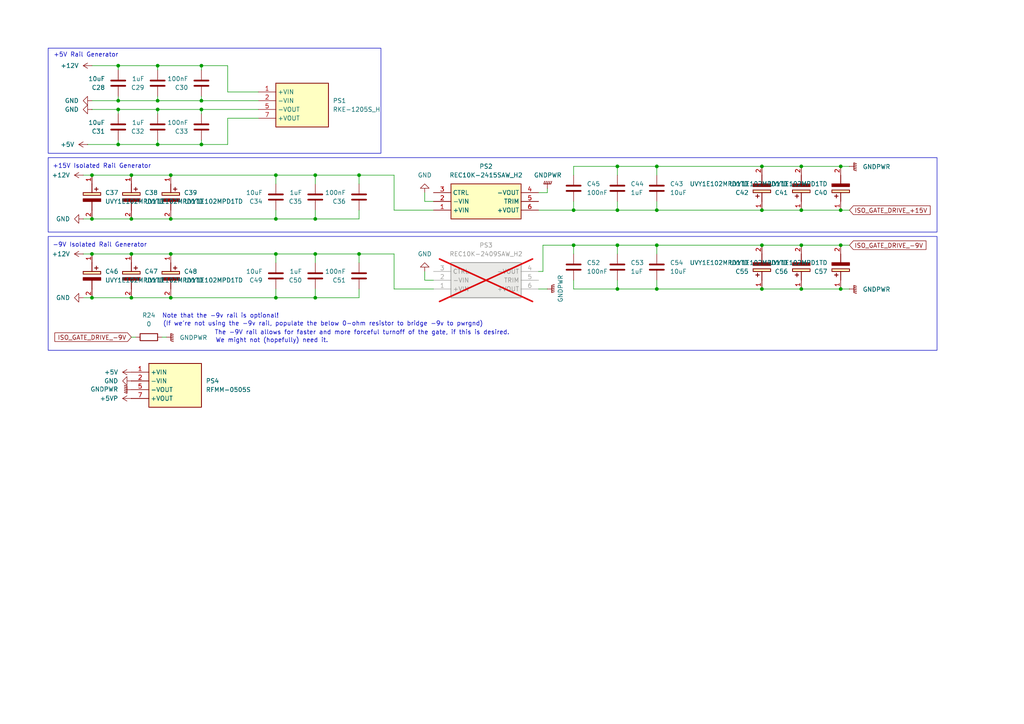
<source format=kicad_sch>
(kicad_sch (version 20250114) (generator "eeschema") (generator_version "9.0")
  (paper "A4")
  (lib_symbols
    (symbol "Device:C" (pin_numbers (hide yes)) (pin_names (offset 0.254))
      (property "Reference" "C" (at 0.635 2.54 0))
      (property "Value" "C" (at 0.635 -2.54 0))
      (symbol "C_0_1"
        (polyline (pts (xy -2.032 0.762) (xy 2.032 0.762)) (stroke (width 0.508)))
        (polyline (pts (xy -2.032 -0.762) (xy 2.032 -0.762)) (stroke (width 0.508)))
      )
      (symbol "C_1_1"
        (pin passive line (at 0 3.81 270) (length 2.794) (name "~") (number "1"))
        (pin passive line (at 0 -3.81 90) (length 2.794) (name "~") (number "2"))
      )
    )
    (symbol "Device:R" (pin_numbers (hide yes)) (pin_names (offset 0))
      (property "Reference" "R" (at 2.032 0 90))
      (property "Value" "R" (at 0 0 90))
      (symbol "R_0_1"
        (rectangle (start -1.016 -2.54) (end 1.016 2.54) (stroke (width 0.254)))
      )
      (symbol "R_1_1"
        (pin passive line (at 0 3.81 270) (length 1.27) (name "~") (number "1"))
        (pin passive line (at 0 -3.81 90) (length 1.27) (name "~") (number "2"))
      )
    )
    (symbol "InverterCom:REC10K-2409SAW_H2"
      (property "Reference" "PS" (at 26.67 7.62 0))
      (property "Value" "REC10K-2409SAW_H2" (at 26.67 5.08 0))
      (symbol "REC10K-2409SAW_H2_1_1"
        (rectangle (start 5.08 2.54) (end 25.4 -7.62) (stroke (width 0.254)) (fill (type background)))
        (pin passive line (at 0 0 0) (length 5.08) (name "CTRL") (number "3"))
        (pin passive line (at 0 -2.54 0) (length 5.08) (name "-VIN") (number "2"))
        (pin passive line (at 0 -5.08 0) (length 5.08) (name "+VIN") (number "1"))
        (pin passive line (at 30.48 0 180) (length 5.08) (name "-VOUT") (number "4"))
        (pin passive line (at 30.48 -2.54 180) (length 5.08) (name "TRIM") (number "5"))
        (pin passive line (at 30.48 -5.08 180) (length 5.08) (name "+VOUT") (number "6"))
      )
    )
    (symbol "InverterCom:REC10K-2415SAW_H2"
      (property "Reference" "PS" (at 26.67 7.62 0))
      (property "Value" "REC10K-2415SAW_H2" (at 26.67 5.08 0))
      (symbol "REC10K-2415SAW_H2_1_1"
        (rectangle (start 5.08 2.54) (end 25.4 -7.62) (stroke (width 0.254)) (fill (type background)))
        (pin passive line (at 0 0 0) (length 5.08) (name "CTRL") (number "3"))
        (pin passive line (at 0 -2.54 0) (length 5.08) (name "-VIN") (number "2"))
        (pin passive line (at 0 -5.08 0) (length 5.08) (name "+VIN") (number "1"))
        (pin passive line (at 30.48 0 180) (length 5.08) (name "-VOUT") (number "4"))
        (pin passive line (at 30.48 -2.54 180) (length 5.08) (name "TRIM") (number "5"))
        (pin passive line (at 30.48 -5.08 180) (length 5.08) (name "+VOUT") (number "6"))
      )
    )
    (symbol "InverterCom:RFMM-0505S"
      (property "Reference" "PS" (at 21.59 7.62 0))
      (property "Value" "RFMM-0505S" (at 21.59 5.08 0))
      (symbol "RFMM-0505S_1_1"
        (rectangle (start 5.08 2.54) (end 20.32 -10.16) (stroke (width 0.254)) (fill (type background)))
        (pin passive line (at 0 0 0) (length 5.08) (name "+VIN") (number "1"))
        (pin passive line (at 0 -2.54 0) (length 5.08) (name "-VIN") (number "2"))
        (pin passive line (at 0 -5.08 0) (length 5.08) (name "-VOUT") (number "5"))
        (pin passive line (at 0 -7.62 0) (length 5.08) (name "+VOUT") (number "7"))
      )
    )
    (symbol "InverterCom:RKE-1205S_H"
      (property "Reference" "PS" (at 21.59 7.62 0))
      (property "Value" "RKE-1205S_H" (at 21.59 5.08 0))
      (symbol "RKE-1205S_H_1_1"
        (rectangle (start 5.08 2.54) (end 20.32 -10.16) (stroke (width 0.254)) (fill (type background)))
        (pin passive line (at 0 0 0) (length 5.08) (name "+VIN") (number "1"))
        (pin passive line (at 0 -2.54 0) (length 5.08) (name "-VIN") (number "2"))
        (pin passive line (at 0 -5.08 0) (length 5.08) (name "-VOUT") (number "5"))
        (pin passive line (at 0 -7.62 0) (length 5.08) (name "+VOUT") (number "7"))
      )
    )
    (symbol "InverterCom:UVY1E102MPD1TD" (pin_names (hide yes))
      (property "Reference" "C" (at 8.89 6.35 0))
      (property "Value" "UVY1E102MPD1TD" (at 8.89 3.81 0))
      (symbol "UVY1E102MPD1TD_1_1"
        (polyline (pts (xy 2.54 0) (xy 5.08 0)) (stroke (width 0.254)))
        (polyline (pts (xy 4.064 1.778) (xy 4.064 0.762)) (stroke (width 0.254)))
        (polyline (pts (xy 4.572 1.27) (xy 3.556 1.27)) (stroke (width 0.254)))
        (rectangle (start 5.08 2.54) (end 5.842 -2.54) (stroke (width 0.254)) (fill (type background)))
        (polyline (pts (xy 7.62 2.54) (xy 7.62 -2.54) (xy 6.858 -2.54) (xy 6.858 2.54) (xy 7.62 2.54)) (stroke (width 0.254)) (fill (type outline)))
        (polyline (pts (xy 7.62 0) (xy 10.16 0)) (stroke (width 0.254)))
        (pin passive line (at 0 0 0) (length 2.54) (name "+") (number "1"))
        (pin passive line (at 12.7 0 180) (length 2.54) (name "-") (number "2"))
      )
    )
    (symbol "power:+12V" (power) (pin_numbers (hide yes)) (pin_names (offset 0) (hide yes))
      (property "Value" "+12V" (at 0 3.556 0))
      (symbol "+12V_0_1"
        (polyline (pts (xy -0.762 1.27) (xy 0 2.54)))
        (polyline (pts (xy 0 2.54) (xy 0.762 1.27)))
        (polyline (pts (xy 0 0) (xy 0 2.54)))
      )
      (symbol "+12V_1_1"
        (pin power_in line (at 0 0 90) (length 0) (name "~") (number "1"))
      )
    )
    (symbol "power:+5V" (power) (pin_numbers (hide yes)) (pin_names (offset 0) (hide yes))
      (property "Value" "+5V" (at 0 3.556 0))
      (symbol "+5V_0_1"
        (polyline (pts (xy -0.762 1.27) (xy 0 2.54)))
        (polyline (pts (xy 0 2.54) (xy 0.762 1.27)))
        (polyline (pts (xy 0 0) (xy 0 2.54)))
      )
      (symbol "+5V_1_1"
        (pin power_in line (at 0 0 90) (length 0) (name "~") (number "1"))
      )
    )
    (symbol "power:+5VP" (power) (pin_numbers (hide yes)) (pin_names (offset 0) (hide yes))
      (property "Value" "+5VP" (at 0 3.556 0))
      (symbol "+5VP_0_1"
        (polyline (pts (xy -0.762 1.27) (xy 0 2.54)))
        (polyline (pts (xy 0 2.54) (xy 0.762 1.27)))
        (polyline (pts (xy 0 0) (xy 0 2.54)))
      )
      (symbol "+5VP_1_1"
        (pin power_in line (at 0 0 90) (length 0) (name "~") (number "1"))
      )
    )
    (symbol "power:GND" (power) (pin_numbers (hide yes)) (pin_names (offset 0) (hide yes))
      (property "Value" "GND" (at 0 -3.81 0))
      (symbol "GND_0_1"
        (polyline (pts (xy 0 0) (xy 0 -1.27) (xy 1.27 -1.27) (xy 0 -2.54) (xy -1.27 -1.27) (xy 0 -1.27)))
      )
      (symbol "GND_1_1"
        (pin power_in line (at 0 0 270) (length 0) (name "~") (number "1"))
      )
    )
    (symbol "power:GNDPWR" (power) (pin_numbers (hide yes)) (pin_names (offset 0) (hide yes))
      (property "Value" "GNDPWR" (at 0 -3.302 0))
      (symbol "GNDPWR_0_1"
        (polyline (pts (xy -1.016 -1.27) (xy -1.27 -2.032) (xy -1.27 -2.032)) (stroke (width 0.2032)))
        (polyline (pts (xy -0.508 -1.27) (xy -0.762 -2.032) (xy -0.762 -2.032)) (stroke (width 0.2032)))
        (polyline (pts (xy 0 -1.27) (xy 0 0)))
        (polyline (pts (xy 0 -1.27) (xy -0.254 -2.032) (xy -0.254 -2.032)) (stroke (width 0.2032)))
        (polyline (pts (xy 0.508 -1.27) (xy 0.254 -2.032) (xy 0.254 -2.032)) (stroke (width 0.2032)))
        (polyline (pts (xy 1.016 -1.27) (xy -1.016 -1.27) (xy -1.016 -1.27)) (stroke (width 0.2032)))
        (polyline (pts (xy 1.016 -1.27) (xy 0.762 -2.032) (xy 0.762 -2.032) (xy 0.762 -2.032)) (stroke (width 0.2032)))
      )
      (symbol "GNDPWR_1_1"
        (pin power_in line (at 0 0 270) (length 0) (name "~") (number "1"))
      )
    )
  )
  (rectangle (start 13.97 13.97) (end 110.49 44.45))
  (rectangle (start 13.97 45.72) (end 271.78 67.31))
  (rectangle (start 13.97 68.58) (end 271.78 101.6))
  (text "-9V Isolated Rail Generator" (at 15.24 71.12 0) (effects (font (size 1.27 1.27)) (justify left)))
  (text "Note that the -9v rail is optional!" (at 46.99 91.694 0) (effects (font (size 1.27 1.27)) (justify left)))
  (text "+15V Isolated Rail Generator" (at 15.24 48.26 0) (effects (font (size 1.27 1.27)) (justify left)))
  (text "The -9V rail allows for faster and more forceful turnoff of the gate, if this is desired." (at 62.23 96.52 0) (effects (font (size 1.27 1.27)) (justify left)))
  (text "+5V Rail Generator" (at 15.494 16.002 0) (effects (font (size 1.27 1.27)) (justify left)))
  (text "(If we're not using the -9v rail, populate the below 0-ohm resistor to bridge -9v to pwrgnd)" (at 47.244 93.98 0) (effects (font (size 1.27 1.27)) (justify left)))
  (text "We might not (hopefully) need it.\n" (at 62.484 98.806 0) (effects (font (size 1.27 1.27)) (justify left)))
  (junction (at 232.41 48.26))
  (junction (at 34.29 31.75))
  (junction (at 80.01 63.5))
  (junction (at 34.29 41.91))
  (junction (at 58.42 31.75))
  (junction (at 80.01 86.36))
  (junction (at 49.53 50.8))
  (junction (at 38.1 50.8))
  (junction (at 243.84 48.26))
  (junction (at 243.84 83.82))
  (junction (at 179.07 48.26))
  (junction (at 243.84 71.12))
  (junction (at 179.07 83.82))
  (junction (at 166.37 71.12))
  (junction (at 190.5 71.12))
  (junction (at 45.72 31.75))
  (junction (at 91.44 73.66))
  (junction (at 166.37 60.96))
  (junction (at 243.84 60.96))
  (junction (at 80.01 73.66))
  (junction (at 26.67 63.5))
  (junction (at 34.29 19.05))
  (junction (at 58.42 19.05))
  (junction (at 26.67 73.66))
  (junction (at 190.5 48.26))
  (junction (at 49.53 63.5))
  (junction (at 49.53 86.36))
  (junction (at 190.5 83.82))
  (junction (at 45.72 29.21))
  (junction (at 45.72 19.05))
  (junction (at 232.41 60.96))
  (junction (at 220.98 71.12))
  (junction (at 104.14 73.66))
  (junction (at 232.41 71.12))
  (junction (at 232.41 83.82))
  (junction (at 80.01 50.8))
  (junction (at 179.07 71.12))
  (junction (at 220.98 48.26))
  (junction (at 58.42 29.21))
  (junction (at 49.53 73.66))
  (junction (at 45.72 41.91))
  (junction (at 58.42 41.91))
  (junction (at 220.98 60.96))
  (junction (at 190.5 60.96))
  (junction (at 91.44 63.5))
  (junction (at 91.44 86.36))
  (junction (at 220.98 83.82))
  (junction (at 38.1 73.66))
  (junction (at 26.67 86.36))
  (junction (at 38.1 86.36))
  (junction (at 34.29 29.21))
  (junction (at 179.07 60.96))
  (junction (at 26.67 50.8))
  (junction (at 104.14 50.8))
  (junction (at 91.44 50.8))
  (junction (at 38.1 63.5))
  (wire (pts (xy 38.1 50.8) (xy 49.53 50.8)))
  (wire (pts (xy 232.41 60.96) (xy 220.98 60.96)))
  (wire (pts (xy 232.41 71.12) (xy 220.98 71.12)))
  (wire (pts (xy 58.42 19.05) (xy 66.04 19.05)))
  (wire (pts (xy 166.37 50.8) (xy 166.37 48.26)))
  (wire (pts (xy 243.84 83.82) (xy 232.41 83.82)))
  (wire (pts (xy 25.4 41.91) (xy 34.29 41.91)))
  (wire (pts (xy 34.29 33.02) (xy 34.29 31.75)))
  (wire (pts (xy 49.53 73.66) (xy 80.01 73.66)))
  (wire (pts (xy 220.98 83.82) (xy 190.5 83.82)))
  (wire (pts (xy 166.37 73.66) (xy 166.37 71.12)))
  (wire (pts (xy 26.67 19.05) (xy 34.29 19.05)))
  (wire (pts (xy 190.5 73.66) (xy 190.5 71.12)))
  (wire (pts (xy 179.07 71.12) (xy 166.37 71.12)))
  (wire (pts (xy 246.38 71.12) (xy 243.84 71.12)))
  (wire (pts (xy 80.01 60.96) (xy 80.01 63.5)))
  (wire (pts (xy 58.42 33.02) (xy 58.42 31.75)))
  (wire (pts (xy 91.44 50.8) (xy 91.44 53.34)))
  (wire (pts (xy 26.67 29.21) (xy 34.29 29.21)))
  (wire (pts (xy 66.04 26.67) (xy 74.93 26.67)))
  (wire (pts (xy 123.19 55.88) (xy 123.19 58.42)))
  (wire (pts (xy 80.01 63.5) (xy 91.44 63.5)))
  (wire (pts (xy 157.48 71.12) (xy 166.37 71.12)))
  (wire (pts (xy 104.14 73.66) (xy 104.14 76.2)))
  (wire (pts (xy 104.14 60.96) (xy 104.14 63.5)))
  (wire (pts (xy 45.72 19.05) (xy 58.42 19.05)))
  (wire (pts (xy 190.5 60.96) (xy 190.5 58.42)))
  (wire (pts (xy 243.84 60.96) (xy 232.41 60.96)))
  (wire (pts (xy 45.72 41.91) (xy 58.42 41.91)))
  (wire (pts (xy 243.84 48.26) (xy 232.41 48.26)))
  (wire (pts (xy 114.3 83.82) (xy 114.3 73.66)))
  (wire (pts (xy 49.53 63.5) (xy 80.01 63.5)))
  (wire (pts (xy 34.29 31.75) (xy 45.72 31.75)))
  (wire (pts (xy 246.38 48.26) (xy 243.84 48.26)))
  (wire (pts (xy 58.42 29.21) (xy 74.93 29.21)))
  (wire (pts (xy 26.67 73.66) (xy 38.1 73.66)))
  (wire (pts (xy 166.37 83.82) (xy 166.37 81.28)))
  (wire (pts (xy 45.72 20.32) (xy 45.72 19.05)))
  (wire (pts (xy 232.41 83.82) (xy 220.98 83.82)))
  (wire (pts (xy 26.67 50.8) (xy 38.1 50.8)))
  (wire (pts (xy 45.72 29.21) (xy 58.42 29.21)))
  (wire (pts (xy 34.29 27.94) (xy 34.29 29.21)))
  (wire (pts (xy 190.5 50.8) (xy 190.5 48.26)))
  (wire (pts (xy 166.37 60.96) (xy 166.37 58.42)))
  (wire (pts (xy 104.14 83.82) (xy 104.14 86.36)))
  (wire (pts (xy 156.21 60.96) (xy 166.37 60.96)))
  (wire (pts (xy 158.75 54.61) (xy 158.75 55.88)))
  (wire (pts (xy 66.04 19.05) (xy 66.04 26.67)))
  (wire (pts (xy 179.07 60.96) (xy 179.07 58.42)))
  (wire (pts (xy 58.42 31.75) (xy 74.93 31.75)))
  (wire (pts (xy 80.01 50.8) (xy 80.01 53.34)))
  (wire (pts (xy 114.3 73.66) (xy 104.14 73.66)))
  (wire (pts (xy 58.42 20.32) (xy 58.42 19.05)))
  (wire (pts (xy 49.53 50.8) (xy 80.01 50.8)))
  (wire (pts (xy 125.73 60.96) (xy 114.3 60.96)))
  (wire (pts (xy 74.93 34.29) (xy 66.04 34.29)))
  (wire (pts (xy 190.5 60.96) (xy 179.07 60.96)))
  (wire (pts (xy 158.75 55.88) (xy 156.21 55.88)))
  (wire (pts (xy 114.3 60.96) (xy 114.3 50.8)))
  (wire (pts (xy 34.29 40.64) (xy 34.29 41.91)))
  (wire (pts (xy 190.5 83.82) (xy 179.07 83.82)))
  (wire (pts (xy 66.04 34.29) (xy 66.04 41.91)))
  (wire (pts (xy 39.37 97.79) (xy 38.1 97.79)))
  (wire (pts (xy 91.44 73.66) (xy 91.44 76.2)))
  (wire (pts (xy 58.42 40.64) (xy 58.42 41.91)))
  (wire (pts (xy 91.44 83.82) (xy 91.44 86.36)))
  (wire (pts (xy 246.38 60.96) (xy 243.84 60.96)))
  (wire (pts (xy 91.44 73.66) (xy 104.14 73.66)))
  (wire (pts (xy 157.48 78.74) (xy 157.48 71.12)))
  (wire (pts (xy 24.13 50.8) (xy 26.67 50.8)))
  (wire (pts (xy 45.72 31.75) (xy 58.42 31.75)))
  (wire (pts (xy 158.75 83.82) (xy 156.21 83.82)))
  (wire (pts (xy 123.19 58.42) (xy 125.73 58.42)))
  (wire (pts (xy 38.1 63.5) (xy 49.53 63.5)))
  (wire (pts (xy 34.29 41.91) (xy 45.72 41.91)))
  (wire (pts (xy 179.07 83.82) (xy 179.07 81.28)))
  (wire (pts (xy 125.73 83.82) (xy 114.3 83.82)))
  (wire (pts (xy 45.72 33.02) (xy 45.72 31.75)))
  (wire (pts (xy 179.07 50.8) (xy 179.07 48.26)))
  (wire (pts (xy 246.38 83.82) (xy 243.84 83.82)))
  (wire (pts (xy 34.29 29.21) (xy 45.72 29.21)))
  (wire (pts (xy 45.72 27.94) (xy 45.72 29.21)))
  (wire (pts (xy 34.29 19.05) (xy 45.72 19.05)))
  (wire (pts (xy 123.19 81.28) (xy 125.73 81.28)))
  (wire (pts (xy 45.72 40.64) (xy 45.72 41.91)))
  (wire (pts (xy 49.53 86.36) (xy 80.01 86.36)))
  (wire (pts (xy 80.01 73.66) (xy 80.01 76.2)))
  (wire (pts (xy 38.1 86.36) (xy 49.53 86.36)))
  (wire (pts (xy 24.13 86.36) (xy 26.67 86.36)))
  (wire (pts (xy 91.44 60.96) (xy 91.44 63.5)))
  (wire (pts (xy 220.98 48.26) (xy 190.5 48.26)))
  (wire (pts (xy 80.01 86.36) (xy 91.44 86.36)))
  (wire (pts (xy 104.14 50.8) (xy 104.14 53.34)))
  (wire (pts (xy 80.01 73.66) (xy 91.44 73.66)))
  (wire (pts (xy 58.42 41.91) (xy 66.04 41.91)))
  (wire (pts (xy 26.67 86.36) (xy 38.1 86.36)))
  (wire (pts (xy 190.5 48.26) (xy 179.07 48.26)))
  (wire (pts (xy 24.13 63.5) (xy 26.67 63.5)))
  (wire (pts (xy 190.5 71.12) (xy 179.07 71.12)))
  (wire (pts (xy 243.84 71.12) (xy 232.41 71.12)))
  (wire (pts (xy 46.99 97.79) (xy 48.26 97.79)))
  (wire (pts (xy 190.5 83.82) (xy 190.5 81.28)))
  (wire (pts (xy 232.41 48.26) (xy 220.98 48.26)))
  (wire (pts (xy 179.07 73.66) (xy 179.07 71.12)))
  (wire (pts (xy 114.3 50.8) (xy 104.14 50.8)))
  (wire (pts (xy 123.19 78.74) (xy 123.19 81.28)))
  (wire (pts (xy 26.67 63.5) (xy 38.1 63.5)))
  (wire (pts (xy 26.67 31.75) (xy 34.29 31.75)))
  (wire (pts (xy 91.44 50.8) (xy 104.14 50.8)))
  (wire (pts (xy 156.21 78.74) (xy 157.48 78.74)))
  (wire (pts (xy 179.07 48.26) (xy 166.37 48.26)))
  (wire (pts (xy 38.1 73.66) (xy 49.53 73.66)))
  (wire (pts (xy 58.42 27.94) (xy 58.42 29.21)))
  (wire (pts (xy 34.29 20.32) (xy 34.29 19.05)))
  (wire (pts (xy 91.44 86.36) (xy 104.14 86.36)))
  (wire (pts (xy 80.01 50.8) (xy 91.44 50.8)))
  (wire (pts (xy 24.13 73.66) (xy 26.67 73.66)))
  (wire (pts (xy 179.07 60.96) (xy 166.37 60.96)))
  (wire (pts (xy 179.07 83.82) (xy 166.37 83.82)))
  (wire (pts (xy 220.98 71.12) (xy 190.5 71.12)))
  (wire (pts (xy 220.98 60.96) (xy 190.5 60.96)))
  (wire (pts (xy 80.01 83.82) (xy 80.01 86.36)))
  (wire (pts (xy 91.44 63.5) (xy 104.14 63.5)))
  (global_label "ISO_GATE_DRIVE_-9V" (shape input) (at 38.1 97.79 180) (property "Intersheetrefs" "${INTERSHEET_REFS}" (effects (hide yes))))
  (global_label "ISO_GATE_DRIVE_+15V" (shape input) (at 246.38 60.96 0) (property "Intersheetrefs" "${INTERSHEET_REFS}" (effects (hide yes))))
  (global_label "ISO_GATE_DRIVE_-9V" (shape input) (at 246.38 71.12 0) (property "Intersheetrefs" "${INTERSHEET_REFS}" (effects (hide yes))))
  (symbol (lib_id "InverterCom:UVY1E102MPD1TD") (at 26.67 50.8 270) (unit 1)
    (property "Reference" "C37" (at 30.48 55.8799 90) (effects (justify left)))
    (property "Value" "UVY1E102MPD1TD" (at 30.48 58.4199 90) (effects (justify left)))
    (property "Footprint" "InverterCom:CAPPRD500W60D1025H1750" (effects (hide yes)))
    (property "Datasheet" "https://componentsearchengine.com/Datasheets/5/UVY1E102MPD1TD.pdf" (effects (hide yes)))
    (property "Description" "Cap Aluminum Lytic 1000uF 25V 20% (10 X 16mm) Radial 5mm 610mA 1000h 105C Ammo" (effects (hide yes)))
    (property "Height" "17.5" (effects (hide yes)))
    (property "Mouser Part Number" "647-UVY1E102MPD1TD" (effects (hide yes)))
    (property "Mouser Price/Stock" "https://www.mouser.co.uk/ProductDetail/Nichicon/UVY1E102MPD1TD?qs=gtReTMvImqniEnVqgrfK9Q%3D%3D" (effects (hide yes)))
    (property "Manufacturer_Name" "Nichicon" (effects (hide yes)))
    (property "Manufacturer_Part_Number" "UVY1E102MPD1TD" (effects (hide yes)))
  )
  (symbol (lib_id "Device:C") (at 190.5 77.47 0) (unit 1)
    (property "Reference" "C54" (at 194.31 76.1999 0) (effects (justify left)))
    (property "Value" "10uF" (at 194.31 78.7399 0) (effects (justify left)))
    (property "Footprint" "Capacitor_SMD:C_1210_3225Metric_Pad1.33x2.70mm_HandSolder" (effects (hide yes)))
    (property "Description" "Unpolarized capacitor" (effects (hide yes)))
  )
  (symbol (lib_id "Device:C") (at 91.44 57.15 180) (unit 1)
    (property "Reference" "C35" (at 87.63 58.4201 0) (effects (justify left)))
    (property "Value" "1uF" (at 87.63 55.8801 0) (effects (justify left)))
    (property "Footprint" "Capacitor_SMD:C_1210_3225Metric_Pad1.33x2.70mm_HandSolder" (effects (hide yes)))
    (property "Description" "Unpolarized capacitor" (effects (hide yes)))
  )
  (symbol (lib_id "power:+12V") (at 24.13 73.66 90) (unit 1)
    (property "Reference" "#PWR050" (effects (hide yes)))
    (property "Value" "+12V" (at 20.32 73.6599 90) (effects (justify left)))
    (property "Description" "Power symbol creates a global label with name \"+12V\"" (effects (hide yes)))
  )
  (symbol (lib_id "Device:C") (at 190.5 54.61 0) (unit 1)
    (property "Reference" "C43" (at 194.31 53.3399 0) (effects (justify left)))
    (property "Value" "10uF" (at 194.31 55.8799 0) (effects (justify left)))
    (property "Footprint" "Capacitor_SMD:C_1210_3225Metric_Pad1.33x2.70mm_HandSolder" (effects (hide yes)))
    (property "Description" "Unpolarized capacitor" (effects (hide yes)))
  )
  (symbol (lib_id "Device:C") (at 45.72 36.83 180) (unit 1)
    (property "Reference" "C32" (at 41.91 38.1001 0) (effects (justify left)))
    (property "Value" "1uF" (at 41.91 35.5601 0) (effects (justify left)))
    (property "Footprint" "Capacitor_SMD:C_1210_3225Metric_Pad1.33x2.70mm_HandSolder" (effects (hide yes)))
    (property "Description" "Unpolarized capacitor" (effects (hide yes)))
  )
  (symbol (lib_id "Device:C") (at 58.42 24.13 180) (unit 1)
    (property "Reference" "C30" (at 54.61 25.4001 0) (effects (justify left)))
    (property "Value" "100nF" (at 54.61 22.8601 0) (effects (justify left)))
    (property "Footprint" "Capacitor_SMD:C_1210_3225Metric_Pad1.33x2.70mm_HandSolder" (effects (hide yes)))
    (property "Description" "Unpolarized capacitor" (effects (hide yes)))
  )
  (symbol (lib_id "Device:C") (at 104.14 57.15 180) (unit 1)
    (property "Reference" "C36" (at 100.33 58.4201 0) (effects (justify left)))
    (property "Value" "100nF" (at 100.33 55.8801 0) (effects (justify left)))
    (property "Footprint" "Capacitor_SMD:C_1210_3225Metric_Pad1.33x2.70mm_HandSolder" (effects (hide yes)))
    (property "Description" "Unpolarized capacitor" (effects (hide yes)))
  )
  (symbol (lib_id "InverterCom:UVY1E102MPD1TD") (at 220.98 60.96 90) (unit 1)
    (property "Reference" "C42" (at 217.17 55.8801 90) (effects (justify left)))
    (property "Value" "UVY1E102MPD1TD" (at 217.17 53.3401 90) (effects (justify left)))
    (property "Footprint" "InverterCom:CAPPRD500W60D1025H1750" (effects (hide yes)))
    (property "Datasheet" "https://componentsearchengine.com/Datasheets/5/UVY1E102MPD1TD.pdf" (effects (hide yes)))
    (property "Description" "Cap Aluminum Lytic 1000uF 25V 20% (10 X 16mm) Radial 5mm 610mA 1000h 105C Ammo" (effects (hide yes)))
    (property "Height" "17.5" (effects (hide yes)))
    (property "Mouser Part Number" "647-UVY1E102MPD1TD" (effects (hide yes)))
    (property "Mouser Price/Stock" "https://www.mouser.co.uk/ProductDetail/Nichicon/UVY1E102MPD1TD?qs=gtReTMvImqniEnVqgrfK9Q%3D%3D" (effects (hide yes)))
    (property "Manufacturer_Name" "Nichicon" (effects (hide yes)))
    (property "Manufacturer_Part_Number" "UVY1E102MPD1TD" (effects (hide yes)))
  )
  (symbol (lib_id "InverterCom:RKE-1205S_H") (at 74.93 26.67 0) (unit 1)
    (property "Reference" "PS1" (at 96.52 29.2099 0) (effects (justify left)))
    (property "Value" "RKE-1205S_H" (at 96.52 31.7499 0) (effects (justify left)))
    (property "Footprint" "InverterCom:RKE1205SH" (effects (hide yes)))
    (property "Datasheet" "https://www.recom-power.com/pdf/Econoline/RKE.pdf" (effects (hide yes)))
    (property "Description" "Recom Through Hole 1W Isolated DC-DC Converter, Vin Maximum of 12 V dc, I/O isolation 4kV dc, Vout 5V dc" (effects (hide yes)))
    (property "Height" "10.7" (effects (hide yes)))
    (property "Mouser Part Number" "919-RKE-1205S/H" (effects (hide yes)))
    (property "Mouser Price/Stock" "https://www.mouser.co.uk/ProductDetail/RECOM-Power/RKE-1205S-H?qs=IFMNCcK%2FBZwj8OgeraTUUA%3D%3D" (effects (hide yes)))
    (property "Manufacturer_Name" "RECOM Power" (effects (hide yes)))
    (property "Manufacturer_Part_Number" "RKE-1205S/H" (effects (hide yes)))
  )
  (symbol (lib_id "InverterCom:UVY1E102MPD1TD") (at 243.84 60.96 90) (unit 1)
    (property "Reference" "C40" (at 240.03 55.8801 90) (effects (justify left)))
    (property "Value" "UVY1E102MPD1TD" (at 240.03 53.3401 90) (effects (justify left)))
    (property "Footprint" "InverterCom:CAPPRD500W60D1025H1750" (effects (hide yes)))
    (property "Datasheet" "https://componentsearchengine.com/Datasheets/5/UVY1E102MPD1TD.pdf" (effects (hide yes)))
    (property "Description" "Cap Aluminum Lytic 1000uF 25V 20% (10 X 16mm) Radial 5mm 610mA 1000h 105C Ammo" (effects (hide yes)))
    (property "Height" "17.5" (effects (hide yes)))
    (property "Mouser Part Number" "647-UVY1E102MPD1TD" (effects (hide yes)))
    (property "Mouser Price/Stock" "https://www.mouser.co.uk/ProductDetail/Nichicon/UVY1E102MPD1TD?qs=gtReTMvImqniEnVqgrfK9Q%3D%3D" (effects (hide yes)))
    (property "Manufacturer_Name" "Nichicon" (effects (hide yes)))
    (property "Manufacturer_Part_Number" "UVY1E102MPD1TD" (effects (hide yes)))
  )
  (symbol (lib_id "power:GNDPWR") (at 158.75 54.61 180) (unit 1)
    (property "Reference" "#PWR049" (effects (hide yes)))
    (property "Value" "GNDPWR" (at 158.877 50.8 0))
    (property "Description" "Power symbol creates a global label with name \"GNDPWR\" , global ground" (effects (hide yes)))
  )
  (symbol (lib_id "power:GNDPWR") (at 246.38 83.82 90) (unit 1)
    (property "Reference" "#PWR054" (effects (hide yes)))
    (property "Value" "GNDPWR" (at 250.19 83.9469 90) (effects (justify right)))
    (property "Description" "Power symbol creates a global label with name \"GNDPWR\" , global ground" (effects (hide yes)))
  )
  (symbol (lib_id "Device:C") (at 45.72 24.13 180) (unit 1)
    (property "Reference" "C29" (at 41.91 25.4001 0) (effects (justify left)))
    (property "Value" "1uF" (at 41.91 22.8601 0) (effects (justify left)))
    (property "Footprint" "Capacitor_SMD:C_1210_3225Metric_Pad1.33x2.70mm_HandSolder" (effects (hide yes)))
    (property "Description" "Unpolarized capacitor" (effects (hide yes)))
  )
  (symbol (lib_id "power:+12V") (at 24.13 50.8 90) (unit 1)
    (property "Reference" "#PWR045" (effects (hide yes)))
    (property "Value" "+12V" (at 20.32 50.7999 90) (effects (justify left)))
    (property "Description" "Power symbol creates a global label with name \"+12V\"" (effects (hide yes)))
  )
  (symbol (lib_id "InverterCom:UVY1E102MPD1TD") (at 232.41 60.96 90) (unit 1)
    (property "Reference" "C41" (at 228.6 55.8801 90) (effects (justify left)))
    (property "Value" "UVY1E102MPD1TD" (at 228.6 53.3401 90) (effects (justify left)))
    (property "Footprint" "InverterCom:CAPPRD500W60D1025H1750" (effects (hide yes)))
    (property "Datasheet" "https://componentsearchengine.com/Datasheets/5/UVY1E102MPD1TD.pdf" (effects (hide yes)))
    (property "Description" "Cap Aluminum Lytic 1000uF 25V 20% (10 X 16mm) Radial 5mm 610mA 1000h 105C Ammo" (effects (hide yes)))
    (property "Height" "17.5" (effects (hide yes)))
    (property "Mouser Part Number" "647-UVY1E102MPD1TD" (effects (hide yes)))
    (property "Mouser Price/Stock" "https://www.mouser.co.uk/ProductDetail/Nichicon/UVY1E102MPD1TD?qs=gtReTMvImqniEnVqgrfK9Q%3D%3D" (effects (hide yes)))
    (property "Manufacturer_Name" "Nichicon" (effects (hide yes)))
    (property "Manufacturer_Part_Number" "UVY1E102MPD1TD" (effects (hide yes)))
  )
  (symbol (lib_id "power:GND") (at 24.13 63.5 270) (unit 1)
    (property "Reference" "#PWR046" (effects (hide yes)))
    (property "Value" "GND" (at 20.32 63.4999 90) (effects (justify right)))
    (property "Description" "Power symbol creates a global label with name \"GND\" , ground" (effects (hide yes)))
  )
  (symbol (lib_id "power:GNDPWR") (at 48.26 97.79 90) (unit 1)
    (property "Reference" "#PWR056" (effects (hide yes)))
    (property "Value" "GNDPWR" (at 52.07 97.9169 90) (effects (justify right)))
    (property "Description" "Power symbol creates a global label with name \"GNDPWR\" , global ground" (effects (hide yes)))
  )
  (symbol (lib_id "InverterCom:REC10K-2409SAW_H2") (at 125.73 78.74 0) (unit 1) (dnp yes)
    (property "Reference" "PS3" (at 140.97 71.12 0))
    (property "Value" "REC10K-2409SAW_H2" (at 140.97 73.66 0))
    (property "Footprint" "InverterCom:REC10K-AW" (effects (hide yes)))
    (property "Datasheet" "https://recom-power.com/pdf/Econoline/REC10K-AW.pdf" (effects (hide yes)))
    (property "Description" "10W DC/DC-Converter \\'ECONOLINE\\' 1\"x1\" 1.6kV reg 4:1" (effects (hide yes)))
    (property "Height" "10.7" (effects (hide yes)))
    (property "Manufacturer_Name" "RECOM Power" (effects (hide yes)))
    (property "Manufacturer_Part_Number" "REC10K-2409SAW/H2" (effects (hide yes)))
  )
  (symbol (lib_id "power:GND") (at 123.19 55.88 180) (unit 1)
    (property "Reference" "#PWR047" (effects (hide yes)))
    (property "Value" "GND" (at 123.19 50.8 0))
    (property "Description" "Power symbol creates a global label with name \"GND\" , ground" (effects (hide yes)))
  )
  (symbol (lib_id "Device:C") (at 91.44 80.01 180) (unit 1)
    (property "Reference" "C50" (at 87.63 81.2801 0) (effects (justify left)))
    (property "Value" "1uF" (at 87.63 78.7401 0) (effects (justify left)))
    (property "Footprint" "Capacitor_SMD:C_1210_3225Metric_Pad1.33x2.70mm_HandSolder" (effects (hide yes)))
    (property "Description" "Unpolarized capacitor" (effects (hide yes)))
  )
  (symbol (lib_id "InverterCom:UVY1E102MPD1TD") (at 49.53 50.8 270) (unit 1)
    (property "Reference" "C39" (at 53.34 55.8799 90) (effects (justify left)))
    (property "Value" "UVY1E102MPD1TD" (at 53.34 58.4199 90) (effects (justify left)))
    (property "Footprint" "InverterCom:CAPPRD500W60D1025H1750" (effects (hide yes)))
    (property "Datasheet" "https://componentsearchengine.com/Datasheets/5/UVY1E102MPD1TD.pdf" (effects (hide yes)))
    (property "Description" "Cap Aluminum Lytic 1000uF 25V 20% (10 X 16mm) Radial 5mm 610mA 1000h 105C Ammo" (effects (hide yes)))
    (property "Height" "17.5" (effects (hide yes)))
    (property "Mouser Part Number" "647-UVY1E102MPD1TD" (effects (hide yes)))
    (property "Mouser Price/Stock" "https://www.mouser.co.uk/ProductDetail/Nichicon/UVY1E102MPD1TD?qs=gtReTMvImqniEnVqgrfK9Q%3D%3D" (effects (hide yes)))
    (property "Manufacturer_Name" "Nichicon" (effects (hide yes)))
    (property "Manufacturer_Part_Number" "UVY1E102MPD1TD" (effects (hide yes)))
  )
  (symbol (lib_id "power:+5VP") (at 38.1 115.57 90) (unit 1)
    (property "Reference" "#PWR01" (effects (hide yes)))
    (property "Value" "+5VP" (at 34.29 115.5699 90) (effects (justify left)))
    (property "Description" "Power symbol creates a global label with name \"+5VP\"" (effects (hide yes)))
  )
  (symbol (lib_id "InverterCom:UVY1E102MPD1TD") (at 243.84 83.82 90) (unit 1)
    (property "Reference" "C57" (at 240.03 78.7401 90) (effects (justify left)))
    (property "Value" "UVY1E102MPD1TD" (at 240.03 76.2001 90) (effects (justify left)))
    (property "Footprint" "InverterCom:CAPPRD500W60D1025H1750" (effects (hide yes)))
    (property "Datasheet" "https://componentsearchengine.com/Datasheets/5/UVY1E102MPD1TD.pdf" (effects (hide yes)))
    (property "Description" "Cap Aluminum Lytic 1000uF 25V 20% (10 X 16mm) Radial 5mm 610mA 1000h 105C Ammo" (effects (hide yes)))
    (property "Height" "17.5" (effects (hide yes)))
    (property "Mouser Part Number" "647-UVY1E102MPD1TD" (effects (hide yes)))
    (property "Mouser Price/Stock" "https://www.mouser.co.uk/ProductDetail/Nichicon/UVY1E102MPD1TD?qs=gtReTMvImqniEnVqgrfK9Q%3D%3D" (effects (hide yes)))
    (property "Manufacturer_Name" "Nichicon" (effects (hide yes)))
    (property "Manufacturer_Part_Number" "UVY1E102MPD1TD" (effects (hide yes)))
  )
  (symbol (lib_id "InverterCom:REC10K-2415SAW_H2") (at 125.73 55.88 0) (unit 1)
    (property "Reference" "PS2" (at 140.97 48.26 0))
    (property "Value" "REC10K-2415SAW_H2" (at 140.97 50.8 0))
    (property "Footprint" "InverterCom:REC10K-AW" (effects (hide yes)))
    (property "Datasheet" "https://recom-power.com/pdf/Econoline/REC10K-AW.pdf" (effects (hide yes)))
    (property "Description" "10W DC/DC-Converter \\'ECONOLINE\\' 1\"x1\" 1.6kV reg 4:1" (effects (hide yes)))
    (property "Height" "10.7" (effects (hide yes)))
    (property "Manufacturer_Name" "RECOM Power" (effects (hide yes)))
    (property "Manufacturer_Part_Number" "REC10K-2415SAW/H2" (effects (hide yes)))
  )
  (symbol (lib_id "power:GND") (at 24.13 86.36 270) (unit 1)
    (property "Reference" "#PWR051" (effects (hide yes)))
    (property "Value" "GND" (at 20.32 86.3599 90) (effects (justify right)))
    (property "Description" "Power symbol creates a global label with name \"GND\" , ground" (effects (hide yes)))
  )
  (symbol (lib_id "InverterCom:RFMM-0505S") (at 38.1 107.95 0) (unit 1)
    (property "Reference" "PS4" (at 59.69 110.4899 0) (effects (justify left)))
    (property "Value" "RFMM-0505S" (at 59.69 113.0299 0) (effects (justify left)))
    (property "Footprint" "InverterCom:RFMM0505S" (effects (hide yes)))
    (property "Datasheet" "https://www.recom-power.com/pdf/Econoline/RFMM.pdf" (effects (hide yes)))
    (property "Description" "Isolated DC/DC Converters 1W 5Vin 5Vout 200mA SIP7" (effects (hide yes)))
    (property "Height" "10.7" (effects (hide yes)))
    (property "Mouser Part Number" "919-RFMM-0505S" (effects (hide yes)))
    (property "Mouser Price/Stock" "https://www.mouser.co.uk/ProductDetail/RECOM-Power/RFMM-0505S?qs=lYGu3FyN48cLA%2FDlNgurmw%3D%3D" (effects (hide yes)))
    (property "Manufacturer_Name" "RECOM Power" (effects (hide yes)))
    (property "Manufacturer_Part_Number" "RFMM-0505S" (effects (hide yes)))
  )
  (symbol (lib_id "InverterCom:UVY1E102MPD1TD") (at 220.98 83.82 90) (unit 1)
    (property "Reference" "C55" (at 217.17 78.7401 90) (effects (justify left)))
    (property "Value" "UVY1E102MPD1TD" (at 217.17 76.2001 90) (effects (justify left)))
    (property "Footprint" "InverterCom:CAPPRD500W60D1025H1750" (effects (hide yes)))
    (property "Datasheet" "https://componentsearchengine.com/Datasheets/5/UVY1E102MPD1TD.pdf" (effects (hide yes)))
    (property "Description" "Cap Aluminum Lytic 1000uF 25V 20% (10 X 16mm) Radial 5mm 610mA 1000h 105C Ammo" (effects (hide yes)))
    (property "Height" "17.5" (effects (hide yes)))
    (property "Mouser Part Number" "647-UVY1E102MPD1TD" (effects (hide yes)))
    (property "Mouser Price/Stock" "https://www.mouser.co.uk/ProductDetail/Nichicon/UVY1E102MPD1TD?qs=gtReTMvImqniEnVqgrfK9Q%3D%3D" (effects (hide yes)))
    (property "Manufacturer_Name" "Nichicon" (effects (hide yes)))
    (property "Manufacturer_Part_Number" "UVY1E102MPD1TD" (effects (hide yes)))
  )
  (symbol (lib_id "Device:C") (at 34.29 36.83 180) (unit 1)
    (property "Reference" "C31" (at 30.48 38.1001 0) (effects (justify left)))
    (property "Value" "10uF" (at 30.48 35.5601 0) (effects (justify left)))
    (property "Footprint" "Capacitor_SMD:C_1210_3225Metric_Pad1.33x2.70mm_HandSolder" (effects (hide yes)))
    (property "Description" "Unpolarized capacitor" (effects (hide yes)))
  )
  (symbol (lib_id "Device:C") (at 179.07 77.47 0) (unit 1)
    (property "Reference" "C53" (at 182.88 76.1999 0) (effects (justify left)))
    (property "Value" "1uF" (at 182.88 78.7399 0) (effects (justify left)))
    (property "Footprint" "Capacitor_SMD:C_1210_3225Metric_Pad1.33x2.70mm_HandSolder" (effects (hide yes)))
    (property "Description" "Unpolarized capacitor" (effects (hide yes)))
  )
  (symbol (lib_id "Device:C") (at 166.37 54.61 0) (unit 1)
    (property "Reference" "C45" (at 170.18 53.3399 0) (effects (justify left)))
    (property "Value" "100nF" (at 170.18 55.8799 0) (effects (justify left)))
    (property "Footprint" "Capacitor_SMD:C_1210_3225Metric_Pad1.33x2.70mm_HandSolder" (effects (hide yes)))
    (property "Description" "Unpolarized capacitor" (effects (hide yes)))
  )
  (symbol (lib_id "InverterCom:UVY1E102MPD1TD") (at 26.67 73.66 270) (unit 1)
    (property "Reference" "C46" (at 30.48 78.7399 90) (effects (justify left)))
    (property "Value" "UVY1E102MPD1TD" (at 30.48 81.2799 90) (effects (justify left)))
    (property "Footprint" "InverterCom:CAPPRD500W60D1025H1750" (effects (hide yes)))
    (property "Datasheet" "https://componentsearchengine.com/Datasheets/5/UVY1E102MPD1TD.pdf" (effects (hide yes)))
    (property "Description" "Cap Aluminum Lytic 1000uF 25V 20% (10 X 16mm) Radial 5mm 610mA 1000h 105C Ammo" (effects (hide yes)))
    (property "Height" "17.5" (effects (hide yes)))
    (property "Mouser Part Number" "647-UVY1E102MPD1TD" (effects (hide yes)))
    (property "Mouser Price/Stock" "https://www.mouser.co.uk/ProductDetail/Nichicon/UVY1E102MPD1TD?qs=gtReTMvImqniEnVqgrfK9Q%3D%3D" (effects (hide yes)))
    (property "Manufacturer_Name" "Nichicon" (effects (hide yes)))
    (property "Manufacturer_Part_Number" "UVY1E102MPD1TD" (effects (hide yes)))
  )
  (symbol (lib_id "Device:C") (at 179.07 54.61 0) (unit 1)
    (property "Reference" "C44" (at 182.88 53.3399 0) (effects (justify left)))
    (property "Value" "1uF" (at 182.88 55.8799 0) (effects (justify left)))
    (property "Footprint" "Capacitor_SMD:C_1210_3225Metric_Pad1.33x2.70mm_HandSolder" (effects (hide yes)))
    (property "Description" "Unpolarized capacitor" (effects (hide yes)))
  )
  (symbol (lib_id "Device:C") (at 58.42 36.83 180) (unit 1)
    (property "Reference" "C33" (at 54.61 38.1001 0) (effects (justify left)))
    (property "Value" "100nF" (at 54.61 35.5601 0) (effects (justify left)))
    (property "Footprint" "Capacitor_SMD:C_1210_3225Metric_Pad1.33x2.70mm_HandSolder" (effects (hide yes)))
    (property "Description" "Unpolarized capacitor" (effects (hide yes)))
  )
  (symbol (lib_id "power:+5V") (at 38.1 107.95 90) (unit 1)
    (property "Reference" "#PWR076" (effects (hide yes)))
    (property "Value" "+5V" (at 34.29 107.9499 90) (effects (justify left)))
    (property "Description" "Power symbol creates a global label with name \"+5V\"" (effects (hide yes)))
  )
  (symbol (lib_id "Device:C") (at 80.01 80.01 180) (unit 1)
    (property "Reference" "C49" (at 76.2 81.2801 0) (effects (justify left)))
    (property "Value" "10uF" (at 76.2 78.7401 0) (effects (justify left)))
    (property "Footprint" "Capacitor_SMD:C_1210_3225Metric_Pad1.33x2.70mm_HandSolder" (effects (hide yes)))
    (property "Description" "Unpolarized capacitor" (effects (hide yes)))
  )
  (symbol (lib_id "Device:C") (at 34.29 24.13 180) (unit 1)
    (property "Reference" "C28" (at 30.48 25.4001 0) (effects (justify left)))
    (property "Value" "10uF" (at 30.48 22.8601 0) (effects (justify left)))
    (property "Footprint" "Capacitor_SMD:C_1210_3225Metric_Pad1.33x2.70mm_HandSolder" (effects (hide yes)))
    (property "Description" "Unpolarized capacitor" (effects (hide yes)))
  )
  (symbol (lib_id "power:GND") (at 26.67 31.75 270) (unit 1)
    (property "Reference" "#PWR043" (effects (hide yes)))
    (property "Value" "GND" (at 22.86 31.7499 90) (effects (justify right)))
    (property "Description" "Power symbol creates a global label with name \"GND\" , ground" (effects (hide yes)))
  )
  (symbol (lib_id "InverterCom:UVY1E102MPD1TD") (at 49.53 73.66 270) (unit 1)
    (property "Reference" "C48" (at 53.34 78.7399 90) (effects (justify left)))
    (property "Value" "UVY1E102MPD1TD" (at 53.34 81.2799 90) (effects (justify left)))
    (property "Footprint" "InverterCom:CAPPRD500W60D1025H1750" (effects (hide yes)))
    (property "Datasheet" "https://componentsearchengine.com/Datasheets/5/UVY1E102MPD1TD.pdf" (effects (hide yes)))
    (property "Description" "Cap Aluminum Lytic 1000uF 25V 20% (10 X 16mm) Radial 5mm 610mA 1000h 105C Ammo" (effects (hide yes)))
    (property "Height" "17.5" (effects (hide yes)))
    (property "Mouser Part Number" "647-UVY1E102MPD1TD" (effects (hide yes)))
    (property "Mouser Price/Stock" "https://www.mouser.co.uk/ProductDetail/Nichicon/UVY1E102MPD1TD?qs=gtReTMvImqniEnVqgrfK9Q%3D%3D" (effects (hide yes)))
    (property "Manufacturer_Name" "Nichicon" (effects (hide yes)))
    (property "Manufacturer_Part_Number" "UVY1E102MPD1TD" (effects (hide yes)))
  )
  (symbol (lib_id "InverterCom:UVY1E102MPD1TD") (at 38.1 50.8 270) (unit 1)
    (property "Reference" "C38" (at 41.91 55.8799 90) (effects (justify left)))
    (property "Value" "UVY1E102MPD1TD" (at 41.91 58.4199 90) (effects (justify left)))
    (property "Footprint" "InverterCom:CAPPRD500W60D1025H1750" (effects (hide yes)))
    (property "Datasheet" "https://componentsearchengine.com/Datasheets/5/UVY1E102MPD1TD.pdf" (effects (hide yes)))
    (property "Description" "Cap Aluminum Lytic 1000uF 25V 20% (10 X 16mm) Radial 5mm 610mA 1000h 105C Ammo" (effects (hide yes)))
    (property "Height" "17.5" (effects (hide yes)))
    (property "Mouser Part Number" "647-UVY1E102MPD1TD" (effects (hide yes)))
    (property "Mouser Price/Stock" "https://www.mouser.co.uk/ProductDetail/Nichicon/UVY1E102MPD1TD?qs=gtReTMvImqniEnVqgrfK9Q%3D%3D" (effects (hide yes)))
    (property "Manufacturer_Name" "Nichicon" (effects (hide yes)))
    (property "Manufacturer_Part_Number" "UVY1E102MPD1TD" (effects (hide yes)))
  )
  (symbol (lib_id "power:+5V") (at 25.4 41.91 90) (unit 1)
    (property "Reference" "#PWR044" (effects (hide yes)))
    (property "Value" "+5V" (at 21.59 41.9099 90) (effects (justify left)))
    (property "Description" "Power symbol creates a global label with name \"+5V\"" (effects (hide yes)))
  )
  (symbol (lib_id "Device:C") (at 80.01 57.15 180) (unit 1)
    (property "Reference" "C34" (at 76.2 58.4201 0) (effects (justify left)))
    (property "Value" "10uF" (at 76.2 55.8801 0) (effects (justify left)))
    (property "Footprint" "Capacitor_SMD:C_1210_3225Metric_Pad1.33x2.70mm_HandSolder" (effects (hide yes)))
    (property "Description" "Unpolarized capacitor" (effects (hide yes)))
  )
  (symbol (lib_id "InverterCom:UVY1E102MPD1TD") (at 232.41 83.82 90) (unit 1)
    (property "Reference" "C56" (at 228.6 78.7401 90) (effects (justify left)))
    (property "Value" "UVY1E102MPD1TD" (at 228.6 76.2001 90) (effects (justify left)))
    (property "Footprint" "InverterCom:CAPPRD500W60D1025H1750" (effects (hide yes)))
    (property "Datasheet" "https://componentsearchengine.com/Datasheets/5/UVY1E102MPD1TD.pdf" (effects (hide yes)))
    (property "Description" "Cap Aluminum Lytic 1000uF 25V 20% (10 X 16mm) Radial 5mm 610mA 1000h 105C Ammo" (effects (hide yes)))
    (property "Height" "17.5" (effects (hide yes)))
    (property "Mouser Part Number" "647-UVY1E102MPD1TD" (effects (hide yes)))
    (property "Mouser Price/Stock" "https://www.mouser.co.uk/ProductDetail/Nichicon/UVY1E102MPD1TD?qs=gtReTMvImqniEnVqgrfK9Q%3D%3D" (effects (hide yes)))
    (property "Manufacturer_Name" "Nichicon" (effects (hide yes)))
    (property "Manufacturer_Part_Number" "UVY1E102MPD1TD" (effects (hide yes)))
  )
  (symbol (lib_id "Device:R") (at 43.18 97.79 90) (unit 1)
    (property "Reference" "R24" (at 43.18 91.44 90))
    (property "Value" "0" (at 43.18 93.98 90))
    (property "Footprint" "Resistor_SMD:R_1210_3225Metric_Pad1.30x2.65mm_HandSolder" (effects (hide yes)))
    (property "Description" "Resistor" (effects (hide yes)))
  )
  (symbol (lib_id "power:GNDPWR") (at 38.1 113.03 270) (unit 1)
    (property "Reference" "#PWR078" (effects (hide yes)))
    (property "Value" "GNDPWR" (at 34.29 112.9029 90) (effects (justify right)))
    (property "Description" "Power symbol creates a global label with name \"GNDPWR\" , global ground" (effects (hide yes)))
  )
  (symbol (lib_id "power:GNDPWR") (at 246.38 48.26 90) (unit 1)
    (property "Reference" "#PWR048" (effects (hide yes)))
    (property "Value" "GNDPWR" (at 250.19 48.3869 90) (effects (justify right)))
    (property "Description" "Power symbol creates a global label with name \"GNDPWR\" , global ground" (effects (hide yes)))
  )
  (symbol (lib_id "Device:C") (at 166.37 77.47 0) (unit 1)
    (property "Reference" "C52" (at 170.18 76.1999 0) (effects (justify left)))
    (property "Value" "100nF" (at 170.18 78.7399 0) (effects (justify left)))
    (property "Footprint" "Capacitor_SMD:C_1210_3225Metric_Pad1.33x2.70mm_HandSolder" (effects (hide yes)))
    (property "Description" "Unpolarized capacitor" (effects (hide yes)))
  )
  (symbol (lib_id "power:GND") (at 38.1 110.49 270) (unit 1)
    (property "Reference" "#PWR077" (effects (hide yes)))
    (property "Value" "GND" (at 34.29 110.4899 90) (effects (justify right)))
    (property "Description" "Power symbol creates a global label with name \"GND\" , ground" (effects (hide yes)))
  )
  (symbol (lib_id "power:GND") (at 123.19 78.74 180) (unit 1)
    (property "Reference" "#PWR052" (effects (hide yes)))
    (property "Value" "GND" (at 123.19 73.66 0))
    (property "Description" "Power symbol creates a global label with name \"GND\" , ground" (effects (hide yes)))
  )
  (symbol (lib_id "power:GNDPWR") (at 158.75 83.82 90) (mirror x) (unit 1)
    (property "Reference" "#PWR053" (effects (hide yes)))
    (property "Value" "GNDPWR" (at 162.56 83.693 0))
    (property "Description" "Power symbol creates a global label with name \"GNDPWR\" , global ground" (effects (hide yes)))
  )
  (symbol (lib_id "Device:C") (at 104.14 80.01 180) (unit 1)
    (property "Reference" "C51" (at 100.33 81.2801 0) (effects (justify left)))
    (property "Value" "100nF" (at 100.33 78.7401 0) (effects (justify left)))
    (property "Footprint" "Capacitor_SMD:C_1210_3225Metric_Pad1.33x2.70mm_HandSolder" (effects (hide yes)))
    (property "Description" "Unpolarized capacitor" (effects (hide yes)))
  )
  (symbol (lib_id "power:+12V") (at 26.67 19.05 90) (unit 1)
    (property "Reference" "#PWR042" (effects (hide yes)))
    (property "Value" "+12V" (at 22.86 19.0499 90) (effects (justify left)))
    (property "Description" "Power symbol creates a global label with name \"+12V\"" (effects (hide yes)))
  )
  (symbol (lib_id "InverterCom:UVY1E102MPD1TD") (at 38.1 73.66 270) (unit 1)
    (property "Reference" "C47" (at 41.91 78.7399 90) (effects (justify left)))
    (property "Value" "UVY1E102MPD1TD" (at 41.91 81.2799 90) (effects (justify left)))
    (property "Footprint" "InverterCom:CAPPRD500W60D1025H1750" (effects (hide yes)))
    (property "Datasheet" "https://componentsearchengine.com/Datasheets/5/UVY1E102MPD1TD.pdf" (effects (hide yes)))
    (property "Description" "Cap Aluminum Lytic 1000uF 25V 20% (10 X 16mm) Radial 5mm 610mA 1000h 105C Ammo" (effects (hide yes)))
    (property "Height" "17.5" (effects (hide yes)))
    (property "Mouser Part Number" "647-UVY1E102MPD1TD" (effects (hide yes)))
    (property "Mouser Price/Stock" "https://www.mouser.co.uk/ProductDetail/Nichicon/UVY1E102MPD1TD?qs=gtReTMvImqniEnVqgrfK9Q%3D%3D" (effects (hide yes)))
    (property "Manufacturer_Name" "Nichicon" (effects (hide yes)))
    (property "Manufacturer_Part_Number" "UVY1E102MPD1TD" (effects (hide yes)))
  )
  (symbol (lib_id "power:GND") (at 26.67 29.21 270) (unit 1)
    (property "Reference" "#PWR041" (effects (hide yes)))
    (property "Value" "GND" (at 22.86 29.2099 90) (effects (justify right)))
    (property "Description" "Power symbol creates a global label with name \"GND\" , ground" (effects (hide yes)))
  )
)
</source>
